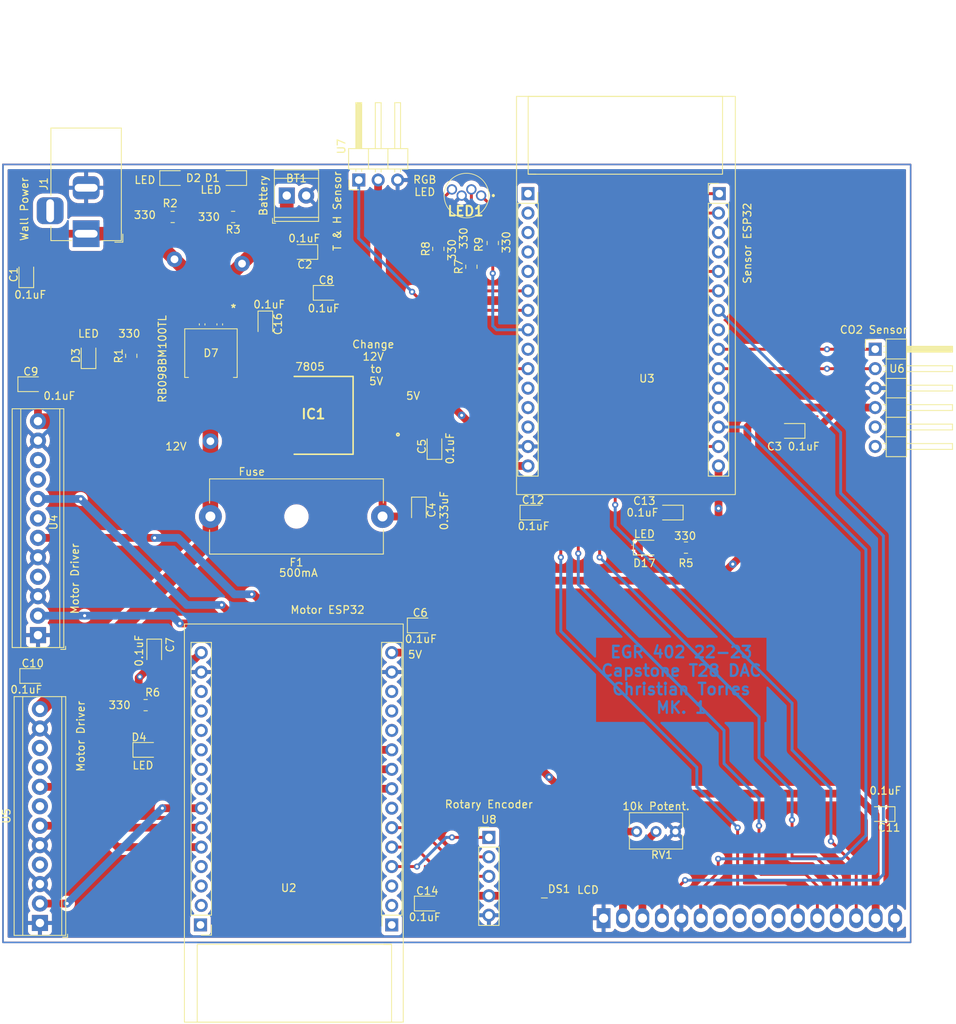
<source format=kicad_pcb>
(kicad_pcb (version 20221018) (generator pcbnew)
  (layers (0 "F.Cu" signal) (31 "B.Cu" signal) (34 "B.Paste" user) (35 "F.Paste" user) (36 "B.SilkS" user "B.Silkscreen") (37 "F.SilkS" user "F.Silkscreen") (38 "B.Mask" user) (39 "F.Mask" user) (44 "Edge.Cuts" user))
  (net 0 "")
  (net 1 "12 PWR")
  (net 2 "Signal GND")
  (net 3 "ENA +")
  (net 4 "PUL +")
  (net 6 "DIR +")
  (net 9 "ENA2 +")
  (net 10 "PUL2 +")
  (net 12 "DIR2 +")
  (net 15 "Net-(D3-Pad2)")
  (net 16 "Net-(D2-Pad2)")
  (net 17 "Net-(D1-Pad2)")
  (net 18 "Net-(C13-Pad1)")
  (net 19 "Net-(D17-Pad2)")
  (net 20 "Net-(C7-Pad2)")
  (net 21 "Net-(D4-Pad2)")
  (net 22 "DR")
  (net 23 "Net-(LED1-Pad2)")
  (net 24 "DG")
  (net 25 "Net-(LED1-Pad4)")
  (net 26 "DB")
  (net 27 "Net-(LED1-Pad1)")
  (net 28 "5V PWR")
  (net 29 "VO")
  (net 30 "Net-(C13-Pad2)")
  (net 31 "Net-(C4-Pad2)")
  (net 32 "LCD RS")
  (net 33 "LCD E")
  (net 38 "LCD4")
  (net 39 "LCD5")
  (net 40 "LCD6")
  (net 41 "LCD7")
  (net 42 "ESP TX")
  (net 43 "ESP RX")
  (net 46 "CLK")
  (net 47 "DT")
  (net 48 "SW")
  (net 49 "HMDT")
  (net 81 "BT PWR")
  (net 82 "WALL PWR")
  (footprint "LED_SMD:LED_0805_2012Metric" (layer "F.Cu") (at 148.4145 74.168 180)
    (fp_text reference "C13")
    (fp_text value "0.1uF")
  )
  (footprint "LED_SMD:LED_0805_2012Metric" (layer "F.Cu") (at 117.602 65.532 90)
    (fp_text reference "C5")
    (fp_text value "0.1uF")
  )
  (footprint "Connector_PinHeader_2.54mm:PinHeader_1x03_P2.54mm_Horizontal" (layer "F.Cu") (at 107.711 30.734 90)
    (fp_text reference "U7")
    (fp_text value "KY-015_Humidity/Temp_Sensor")
  )
  (footprint "Resistor_SMD:R_0805_2012Metric" (layer "F.Cu") (at 150.4715 78.74 180)
    (fp_text reference "R5")
    (fp_text value "330")
  )
  (footprint "LED_SMD:LED_0805_2012Metric" (layer "F.Cu") (at 115.7455 88.9)
    (fp_text reference "C6")
    (fp_text value "0.1uF")
  )
  (footprint "TerminalBlock_TE-Connectivity:TerminalBlock_TE_282834-2_1x02_P2.54mm_Horizontal" (layer "F.Cu") (at 98.298 32.766)
    (fp_text reference "BT1")
    (fp_text value "20V")
  )
  (footprint "LED_SMD:LED_0805_2012Metric" (layer "F.Cu") (at 130.4775 74.168)
    (fp_text reference "C12")
    (fp_text value "0.1uF")
  )
  (footprint "Resistor_SMD:R_0805_2012Metric" (layer "F.Cu") (at 125.222 38.9655 90)
    (fp_text reference "R9")
    (fp_text value "330")
  )
  (footprint "LED_SMD:LED_0805_2012Metric" (layer "F.Cu") (at 95.504 49.53 -90)
    (fp_text reference "C16")
    (fp_text value "0.1uF")
  )
  (footprint "Connector_BarrelJack:BarrelJack_Horizontal" (layer "F.Cu") (at 72.0775 37.75 -90)
    (fp_text reference "J1")
    (fp_text value "Barrel Jack")
  )
  (footprint "LED_SMD:LED_0805_2012Metric" (layer "F.Cu") (at 103.4565 45.466)
    (fp_text reference "C8")
    (fp_text value "0.1uF")
  )
  (footprint "Potentiometer_THT:Potentiometer_Bourns_3266Y_Vertical" (layer "F.Cu") (at 144.018 115.824 180)
    (fp_text reference "RV1")
    (fp_text value "10k")
  )
  (footprint "7805kicad:KTT0003B" (layer "F.Cu") (at 98.33 61.468)
    (fp_text reference "IC1")
    (fp_text value "LM7805S_NOPB" hide)
  )
  (footprint "LED_SMD:LED_0805_2012Metric" (layer "F.Cu") (at 100.6625 40.132 180)
    (fp_text reference "C2")
    (fp_text value "0.1uF")
  )
  (footprint "LED_SMD:LED_0805_2012Metric" (layer "F.Cu") (at 164.338 63.5 180)
    (fp_text reference "C3")
    (fp_text value "0.1uF")
  )
  (footprint "LED_SMD:LED_0805_2012Metric" (layer "F.Cu") (at 80.979 92.3775 -90)
    (fp_text reference "C7")
    (fp_text value "0.1uF")
  )
  (footprint "Connector_PinHeader_2.54mm:PinHeader_1x06_P2.54mm_Horizontal" (layer "F.Cu") (at 175.203 52.832)
    (fp_text reference "U6")
    (fp_text value "Atlas CO2_Sensor")
  )
  (footprint "KiCad:HV5RGB25" (layer "F.Cu") (at 123.698 32.766 180)
    (fp_text reference "LED1")
    (fp_text value "HV-5RGB25" hide)
  )
  (footprint "Fuse:Fuseholder_Cylinder-5x20mm_Schurter_0031_8201_Horizontal_Open" (layer "F.Cu") (at 110.818 74.676 180)
    (fp_text reference "F1")
    (fp_text value "500ma")
  )
  (footprint "LED_SMD:LED_0805_2012Metric" (layer "F.Cu") (at 72.39 53.6725 90)
    (fp_text reference "D3")
    (fp_text value "LED")
  )
  (footprint "Resistor_SMD:R_0805_2012Metric" (layer "F.Cu") (at 77.978 53.6975 90)
    (fp_text reference "R1")
    (fp_text value "330")
  )
  (footprint "LED_SMD:LED_0805_2012Metric" (layer "F.Cu") (at 176.1005 113.538 180)
    (fp_text reference "C11")
    (fp_text value "0.1uF")
  )
  (footprint "7805kicad:ESP32 Module" (layer "F.Cu") (at 113.522 140.713 180)
    (fp_text reference "U2")
    (fp_text value "ESP32_Module")
  )
  (footprint "LED_SMD:LED_0805_2012Metric" (layer "F.Cu") (at 79.8845 105.156)
    (fp_text reference "D4")
    (fp_text value "LED")
  )
  (footprint "Resistor_SMD:R_0805_2012Metric" (layer "F.Cu") (at 118.11 39.7275 90)
    (fp_text reference "R8")
    (fp_text value "330")
  )
  (footprint "LED_SMD:LED_0805_2012Metric" (layer "F.Cu") (at 115.57 73.8355 -90)
    (fp_text reference "C4")
    (fp_text value "0.33uF")
  )
  (footprint "LED_SMD:LED_0805_2012Metric" (layer "F.Cu") (at 64.8485 57.404)
    (fp_text reference "C9")
    (fp_text value "0.1uF")
  )
  (footprint "LED_SMD:LED_0805_2012Metric" (layer "F.Cu") (at 65.1025 95.504)
    (fp_text reference "C10")
    (fp_text value "0.1uF")
  )
  (footprint "LED_SMD:LED_0805_2012Metric" (layer "F.Cu") (at 91.3615 30.48 180)
    (fp_text reference "D1")
    (fp_text value "LED")
  )
  (footprint "Connector_PinHeader_2.54mm:PinHeader_1x05_P2.54mm_Vertical" (layer "F.Cu") (at 124.714 116.586)
    (fp_text reference "U8")
    (fp_text value "Rotary_Encoder")
  )
  (footprint "rb09-footprints:RB098BM100FHTL" (layer "F.Cu") (at 88.392 53.34 180)
    (fp_text reference "D7")
    (fp_text value "RB098BM100TL")
  )
  (footprint "Resistor_SMD:R_0805_2012Metric" (layer "F.Cu") (at 91.2895 35.56 180)
    (fp_text reference "R3")
    (fp_text value "330")
  )
  (footprint "LED_SMD:LED_0805_2012Metric" (layer "F.Cu") (at 83.3905 30.48)
    (fp_text reference "D2")
    (fp_text value "LED")
  )
  (footprint "Resistor_SMD:R_0805_2012Metric" (layer "F.Cu") (at 79.8595 99.314)
    (fp_text reference "R6")
    (fp_text value "330")
  )
  (footprint "Display:WC1602A" (layer "F.Cu") (at 139.704 127.1365)
    (fp_text reference "DS1")
    (fp_text value "WC1602A")
  )
  (footprint "Resistor_SMD:R_0805_2012Metric" (layer "F.Cu") (at 122.428 42.0605 90)
    (fp_text reference "R7")
    (fp_text value "330")
  )
  (footprint "LED_SMD:LED_0805_2012Metric" (layer "F.Cu") (at 145.288 78.74)
    (fp_text reference "D17")
    (fp_text value "LED")
  )
  (footprint "LED_SMD:LED_0805_2012Metric" (layer "F.Cu") (at 64.262 43.1015 90)
    (fp_text reference "C1")
    (fp_text value "0.1uF")
  )
  (footprint "7805kicad:ESP32 Module" (layer "F.Cu") (at 128.3265 19.815)
    (fp_text reference "U3")
    (fp_text value "ESP32_Module")
  )
  (footprint "TerminalBlock_TE-Connectivity:TerminalBlock_TE_1-282834-2_1x12_P2.54mm_Horizontal" (layer "F.Cu") (at 65.786 90.17 90)
    (fp_text reference "U4")
    (fp_text value "TB660 Microstep_Driver")
  )
  (footprint "TerminalBlock_TE-Connectivity:TerminalBlock_TE_1-282834-2_1x12_P2.54mm_Horizontal" (layer "F.Cu") (at 66.04 127.762 90)
    (fp_text reference "U5")
    (fp_text value "Microstep_Driver")
  )
  (footprint "Resistor_SMD:R_0805_2012Metric" (layer "F.Cu") (at 83.3905 35.56)
    (fp_text reference "R2")
    (fp_text value "330")
  )
  (footprint "LED_SMD:LED_0805_2012Metric" (layer "F.Cu") (at 116.6645 125.222)
    (fp_text reference "C14")
    (fp_text value "0.1uF")
  )
  (gr_rect (start 61.214 28.702) (end 179.832 130.302) (stroke (width 0.2)) (fill none) (layer "F.Cu"))
  (gr_rect (start 61.214 28.702) (end 179.832 130.302) (stroke (width 0.2)) (fill none) (layer "B.Cu"))
  (gr_text "EGR 402 22-23\nCapstone T28 DAC\nChristian Torres\nMK. 1\n" (at 149.86 96.012) (layer "B.Cu") (effects (font (size 1.5 1.5) (thickness 0.3))))
  (gr_text "CO2 Sensor" (at 175.006 50.292) (layer "F.SilkS") (effects (font (size 1 1))))
  (gr_text "T & H Sensor" (at 104.902 34.798 90) (layer "F.SilkS") (effects (font (size 1 1))))
  (gr_text "500mA" (at 99.822 82.042) (layer "F.SilkS") (effects (font (size 1 1))))
  (gr_text "330" (at 76.454 99.314) (layer "F.SilkS") (effects (font (size 1 1))))
  (gr_text "0.1uF" (at 176.53 110.49) (layer "F.SilkS") (effects (font (size 1 1))))
  (gr_text "Motor ESP32" (at 103.632 86.868) (layer "F.SilkS") (effects (font (size 1 1))))
  (gr_text "0.1uF" (at 103.124 47.498) (layer "F.SilkS") (effects (font (size 1 1))))
  (gr_text "0.1uF" (at 115.824 90.678) (layer "F.SilkS") (effects (font (size 1 1))))
  (gr_text "Rotary Encoder" (at 124.714 112.268) (layer "F.SilkS") (effects (font (size 1 1))))
  (gr_text "LED" (at 72.39 50.8) (layer "F.SilkS") (effects (font (size 1 1))))
  (gr_text "0.33uF" (at 118.872 73.914 90) (layer "F.SilkS") (effects (font (size 1 1))))
  (gr_text "LED" (at 88.392 32.004) (layer "F.SilkS") (effects (font (size 1 1))))
  (gr_text "330" (at 121.412 38.354 90) (layer "F.SilkS") (effects (font (size 1 1))))
  (gr_text "0.1uF" (at 100.584 38.354) (layer "F.SilkS") (effects (font (size 1 1))))
  (gr_text "12V" (at 83.82 65.532) (layer "F.SilkS") (effects (font (size 1 1))))
  (gr_text "10k Potent." (at 146.558 112.522) (layer "F.SilkS") (effects (font (size 1 1))))
  (gr_text "0.1uF" (at 64.262 97.282) (layer "F.SilkS") (effects (font (size 1 1))))
  (gr_text "0.1uF" (at 165.862 65.532) (layer "F.SilkS") (effects (font (size 1 1))))
  (gr_text "LED" (at 79.756 30.734) (layer "F.SilkS") (effects (font (size 1 1))))
  (gr_text "330" (at 88.138 35.56) (layer "F.SilkS") (effects (font (size 1 1))))
  (gr_text "Wall Power" (at 64.008 34.544 90) (layer "F.SilkS") (effects (font (size 1 1))))
  (gr_text "7805" (at 101.346 55.118) (layer "F.SilkS") (effects (font (size 1 1))))
  (gr_text "0.1uF" (at 68.58 58.928) (layer "F.SilkS") (effects (font (size 1 1))))
  (gr_text "Battery" (at 95.25 32.766 90) (layer "F.SilkS") (effects (font (size 1 1))))
  (gr_text "0.1uF" (at 64.77 45.72) (layer "F.SilkS") (effects (font (size 1 1))))
  (gr_text "0.1uF" (at 116.332 127) (layer "F.SilkS") (effects (font (size 1 1))))
  (gr_text "Fuse" (at 93.726 68.834) (layer "F.SilkS") (effects (font (size 1 1))))
  (gr_text "330" (at 119.888 39.878 90) (layer "F.SilkS") (effects (font (size 1 1))))
  (gr_text "330" (at 79.756 35.306) (layer "F.SilkS") (effects (font (size 1 1))))
  (gr_text "330" (at 150.368 77.216) (layer "F.SilkS") (effects (font (size 1 1))))
  (gr_text "330" (at 127 38.862 90) (layer "F.SilkS") (effects (font (size 1 1))))
  (gr_text "0.1uF" (at 144.78 74.168) (layer "F.SilkS") (effects (font (size 1 1))))
  (gr_text "330" (at 77.724 50.8) (layer "F.SilkS") (effects (font (size 1 1))))
  (gr_text "5V" (at 114.808 58.928) (layer "F.SilkS") (effects (font (size 1 1))))
  (gr_text "Motor Driver" (at 71.374 103.378 90) (layer "F.SilkS") (effects (font (size 1 1))))
  (gr_text "0.1uF" (at 96.012 46.99) (layer "F.SilkS") (effects (font (size 1 1))))
  (gr_text "Sensor ESP32 " (at 158.496 38.608 90) (layer "F.SilkS") (effects (font (size 1 1))))
  (gr_text "LED" (at 145.034 76.962) (layer "F.SilkS") (effects (font (size 1 1))))
  (gr_text "LCD" (at 137.668 123.444) (layer "F.SilkS") (effects (font (size 1 1))))
  (gr_text "RGB\nLED" (at 116.332 31.496) (layer "F.SilkS") (effects (font (size 1 1))))
  (gr_text "LED" (at 79.502 107.188) (layer "F.SilkS") (effects (font (size 1 1))))
  (gr_text "0.1uF" (at 130.556 75.946) (layer "F.SilkS") (effects (font (size 1 1))))
  (gr_text "Change \n12V \nto\n5V" (at 109.982 54.61) (layer "F.SilkS") (effects (font (size 1 1))))
  (gr_text "0.1uF" (at 78.994 92.202 90) (layer "F.SilkS") (effects (font (size 1 1))))
  (gr_text "0.1uF" (at 119.634 65.786 90) (layer "F.SilkS") (effects (font (size 1 1))))
  (gr_text "5V" (at 115.062 92.71) (layer "F.SilkS") (effects (font (size 1 1))))
  (gr_text "Motor Driver" (at 70.612 82.804 90) (layer "F.SilkS") (effects (font (size 1 1))))
  (segment (start 86.106 62.23) (end 88.318 60.018) (width 2.032) (layer "F.Cu") (net 1))
  (segment (start 88.318 60.018) (end 88.318 54.4808) (width 2.032) (layer "F.Cu") (net 1))
  (segment (start 78.1812 54.4068) (end 88.392 54.4068) (width 1.016) (layer "F.Cu") (net 1))
  (segment (start 91.5647 54.4068) (end 88.392 54.4068) (width 1.016) (layer "F.Cu") (net 1))
  (segment (start 65.786 62.23) (end 65.786 57.404) (width 1.016) (layer "F.Cu") (net 1))
  (segment (start 88.318 74.676) (end 88.318 64.844) (width 2.032) (layer "F.Cu") (net 1))
  (segment (start 88.318 77.544) (end 70.739 95.123) (width 2.032) (layer "F.Cu") (net 1))
  (segment (start 95.504 50.4675) (end 91.5647 54.4068) (width 1.016) (layer "F.Cu") (net 1))
  (segment (start 66.04 95.504) (end 70.358 95.504) (width 1.016) (layer "F.Cu") (net 1))
  (segment (start 77.978 54.61) (end 78.1812 54.4068) (width 0.25) (layer "F.Cu") (net 1))
  (segment (start 65.786 62.23) (end 86.106 62.23) (width 2.032) (layer "F.Cu") (net 1))
  (segment (start 70.358 95.504) (end 70.739 95.123) (width 1.016) (layer "F.Cu") (net 1))
  (segment (start 70.739 95.123) (end 66.04 99.822) (width 2.032) (layer "F.Cu") (net 1))
  (segment (start 88.318 74.676) (end 88.318 77.544) (width 2.032) (layer "F.Cu") (net 1))
  (segment (start 88.318 64.844) (end 88.318 60.018) (width 2.032) (layer "F.Cu") (net 1))
  (segment (start 88.318 54.4808) (end 88.392 54.4068) (width 0.25) (layer "F.Cu") (net 1))
  (via (at 88.318 64.844) (size 2.032) (drill 1.016) (layers "F.Cu" "B.Cu") (net 1))
  (segment (start 97.787 110.233) (end 89.916 102.362) (width 1.016) (layer "F.Cu") (net 3))
  (segment (start 112.022 110.233) (end 97.787 110.233) (width 1.016) (layer "F.Cu") (net 3))
  (segment (start 89.916 89.916) (end 88.646 88.646) (width 1.016) (layer "F.Cu") (net 3))
  (segment (start 89.916 102.362) (end 89.916 89.916) (width 1.016) (layer "F.Cu") (net 3))
  (segment (start 88.646 88.646) (end 84.328 88.646) (width 1.016) (layer "F.Cu") (net 3))
  (via (at 84.328 88.646) (size 1.016) (drill 0.4) (layers "F.Cu" "B.Cu") (net 3))
  (via (at 71.882 87.63) (size 0.8) (drill 0.4) (layers "F.Cu" "B.Cu") (net 3))
  (segment (start 84.328 88.646) (end 83.312 87.63) (width 1.016) (layer "B.Cu") (net 3))
  (segment (start 83.312 87.63) (end 71.882 87.63) (width 1.016) (layer "B.Cu") (net 3))
  (segment (start 71.882 87.63) (end 65.786 87.63) (width 1.016) (layer "B.Cu") (net 3))
  (segment (start 65.786 77.47) (end 81.026 77.47) (width 1.016) (layer "F.Cu") (net 4))
  (segment (start 95.758 86.614) (end 93.98 84.836) (width 1.016) (layer "F.Cu") (net 4))
  (segment (start 104.137 105.153) (end 95.758 96.774) (width 1.016) (layer "F.Cu") (net 4))
  (segment (start 93.98 84.836) (end 93.726 84.836) (width 0.25) (layer "F.Cu") (net 4))
  (segment (start 95.758 96.774) (end 95.758 86.614) (width 1.016) (layer "F.Cu") (net 4))
  (segment (start 112.022 105.153) (end 104.137 105.153) (width 1.016) (layer "F.Cu") (net 4))
  (via (at 81.026 77.47) (size 1.016) (drill 0.4) (layers "F.Cu" "B.Cu") (net 4))
  (via (at 93.726 84.836) (size 1.016) (drill 0.4) (layers "F.Cu" "B.Cu") (net 4))
  (segment (start 93.726 84.836) (end 91.44 84.836) (width 1.016) (layer "B.Cu") (net 4))
  (segment (start 91.44 84.836) (end 84.074 77.47) (width 1.016) (layer "B.Cu") (net 4))
  (segment (start 84.074 77.47) (end 81.026 77.47) (width 1.016) (layer "B.Cu") (net 4))
  (segment (start 100.581 107.693) (end 92.964 100.076) (width 1.016) (layer "F.Cu") (net 6))
  (segment (start 112.022 107.693) (end 100.581 107.693) (width 1.016) (layer "F.Cu") (net 6))
  (segment (start 92.964 89.408) (end 89.789 86.233) (width 1.016) (layer "F.Cu") (net 6))
  (segment (start 92.964 100.076) (end 92.964 89.408) (width 1.016) (layer "F.Cu") (net 6))
  (segment (start 89.789 86.233) (end 89.662 86.106) (width 0.25) (layer "F.Cu") (net 6))
  (via (at 89.789 86.233) (size 1.016) (drill 0.4) (layers "F.Cu" "B.Cu") (net 6))
  (via (at 71.374 72.39) (size 0.8) (drill 0.4) (layers "F.Cu" "B.Cu") (net 6))
  (segment (start 85.217 86.233) (end 89.789 86.233) (width 1.016) (layer "B.Cu") (net 6))
  (segment (start 65.786 72.39) (end 71.374 72.39) (width 1.016) (layer "B.Cu") (net 6))
  (segment (start 71.374 72.39) (end 85.217 86.233) (width 1.016) (layer "B.Cu") (net 6))
  (segment (start 87.122 112.773) (end 82.045 112.773) (width 1.016) (layer "F.Cu") (net 9))
  (segment (start 82.042 112.776) (end 82.045 112.773) (width 1.016) (layer "F.Cu") (net 9))
  (segment (start 66.04 125.222) (end 69.596 125.222) (width 1.016) (layer "F.Cu") (net 9))
  (segment (start 87.887 112.773) (end 87.884 112.776) (width 0.25) (layer "F.Cu") (net 9))
  (via (at 69.596 125.222) (size 1.016) (drill 0.4) (layers "F.Cu" "B.Cu") (net 9))
  (via (at 82.045 112.773) (size 1.016) (drill 0.4) (layers "F.Cu" "B.Cu") (net 9))
  (segment (start 82.045 112.773) (end 75.946 118.872) (width 1.016) (layer "B.Cu") (net 9))
  (segment (start 75.946 118.872) (end 69.596 125.222) (width 1.016) (layer "B.Cu") (net 9))
  (segment (start 87.122 117.853) (end 76.197 117.853) (width 1.016) (layer "F.Cu") (net 10))
  (segment (start 76.197 117.853) (end 73.406 115.062) (width 1.016) (layer "F.Cu") (net 10))
  (segment (start 73.406 115.062) (end 66.04 115.062) (width 1.016) (layer "F.Cu") (net 10))
  (segment (start 77.216 115.316) (end 71.882 109.982) (width 1.016) (layer "F.Cu") (net 12))
  (segment (start 71.882 109.982) (end 66.04 109.982) (width 1.016) (layer "F.Cu") (net 12))
  (segment (start 87.122 115.313) (end 79.251 115.313) (width 1.016) (layer "F.Cu") (net 12))
  (segment (start 79.248 115.316) (end 77.216 115.316) (width 1.016) (layer "F.Cu") (net 12))
  (segment (start 79.251 115.313) (end 79.248 115.316) (width 1.016) (layer "F.Cu") (net 12))
  (segment (start 72.44 52.785) (end 72.39 52.735) (width 0.25) (layer "F.Cu") (net 15))
  (segment (start 77.978 52.785) (end 72.44 52.785) (width 0.381) (layer "F.Cu") (net 15))
  (segment (start 84.303 30.505) (end 84.328 30.48) (width 0.25) (layer "F.Cu") (net 16))
  (segment (start 84.303 35.56) (end 84.303 30.505) (width 0.381) (layer "F.Cu") (net 16))
  (segment (start 90.377 30.527) (end 90.424 30.48) (width 0.25) (layer "F.Cu") (net 17))
  (segment (start 90.377 35.56) (end 90.377 30.527) (width 0.381) (layer "F.Cu") (net 17))
  (segment (start 151.384 78.74) (end 154.7265 75.3975) (width 1.016) (layer "F.Cu") (net 18))
  (segment (start 154.7265 71.1605) (end 154.7265 72.6035) (width 1.016) (layer "F.Cu") (net 18))
  (segment (start 154.7265 68.075) (end 154.7265 71.1605) (width 1.016) (layer "F.Cu") (net 18))
  (segment (start 154.7265 75.3975) (end 154.7265 73.6195) (width 1.016) (layer "F.Cu") (net 18))
  (segment (start 149.352 74.168) (end 151.719 74.168) (width 1.016) (layer "F.Cu") (net 18))
  (segment (start 154.7265 73.6195) (end 154.7265 72.6035) (width 1.016) (layer "F.Cu") (net 18))
  (segment (start 151.719 74.168) (end 154.7265 71.1605) (width 1.016) (layer "F.Cu") (net 18))
  (via (at 154.7265 73.6195) (size 1.016) (drill 0.4) (layers "F.Cu" "B.Cu") (net 18))
  (segment (start 146.2255 78.74) (end 149.559 78.74) (width 0.381) (layer "F.Cu") (net 19))
  (segment (start 78.947 95.758) (end 78.947 99.314) (width 1.016) (layer "F.Cu") (net 20))
  (segment (start 80.979 93.315) (end 86.26 93.315) (width 1.016) (layer "F.Cu") (net 20))
  (segment (start 86.26 93.315) (end 87.122 92.453) (width 1.016) (layer "F.Cu") (net 20))
  (segment (start 79.0975 95.6075) (end 78.947 95.758) (width 1.016) (layer "F.Cu") (net 20))
  (segment (start 80.979 93.569) (end 80.979 93.726) (width 1.016) (layer "F.Cu") (net 20))
  (segment (start 80.979 93.726) (end 79.0975 95.6075) (width 1.016) (layer "F.Cu") (net 20))
  (via (at 79.0975 95.6075) (size 0.8) (drill 0.4) (layers "F.Cu" "B.Cu") (net 20))
  (segment (start 80.772 99.314) (end 80.772 105.106) (width 0.381) (layer "F.Cu") (net 21))
  (segment (start 80.772 105.106) (end 80.822 105.156) (width 1.016) (layer "F.Cu") (net 21))
  (segment (start 122.939 45.215) (end 122.428 44.704) (width 0.381) (layer "F.Cu") (net 22))
  (segment (start 122.428 44.704) (end 122.428 43.227) (width 0.381) (layer "F.Cu") (net 22))
  (segment (start 129.8265 45.215) (end 122.939 45.215) (width 0.381) (layer "F.Cu") (net 22))
  (segment (start 122.428 41.402) (end 122.428 31.966) (width 0.381) (layer "F.Cu") (net 23))
  (segment (start 118.11 42.926) (end 122.939 47.755) (width 0.381) (layer "F.Cu") (net 24))
  (segment (start 118.11 40.64) (end 118.11 42.926) (width 0.381) (layer "F.Cu") (net 24))
  (segment (start 122.939 47.755) (end 129.8265 47.755) (width 0.381) (layer "F.Cu") (net 24))
  (segment (start 119.888 31.966) (end 118.11 33.744) (width 0.381) (layer "F.Cu") (net 25))
  (segment (start 118.11 33.744) (end 118.11 38.815) (width 0.381) (layer "F.Cu") (net 25))
  (segment (start 125.222 42.926) (end 125.222 39.878) (width 0.381) (layer "F.Cu") (net 26))
  (via (at 125.222 42.926) (size 0.8) (drill 0.4) (layers "F.Cu" "B.Cu") (net 26))
  (segment (start 125.222 49.784) (end 125.222 42.926) (width 0.381) (layer "B.Cu") (net 26))
  (segment (start 125.733 50.295) (end 125.222 49.784) (width 0.381) (layer "B.Cu") (net 26))
  (segment (start 129.8265 50.295) (end 125.733 50.295) (width 0.381) (layer "B.Cu") (net 26))
  (segment (start 125.222 34.29) (end 123.698 32.766) (width 0.381) (layer "F.Cu") (net 27))
  (segment (start 125.222 38.053) (end 125.222 34.29) (width 0.381) (layer "F.Cu") (net 27))
  (segment (start 134.747 110.871) (end 132.588 108.712) (width 1.016) (layer "F.Cu") (net 28))
  (segment (start 167.386 63.5) (end 170.434 60.452) (width 1.016) (layer "F.Cu") (net 28))
  (segment (start 141.605 110.871) (end 172.496 110.871) (width 1.016) (layer "F.Cu") (net 28))
  (segment (start 127.765 68.075) (end 124.46 64.77) (width 1.016) (layer "F.Cu") (net 28))
  (segment (start 116.683 88.9) (end 122.428 88.9) (width 1.016) (layer "F.Cu") (net 28))
  (segment (start 124.46 100.584) (end 124.46 86.868) (width 1.016) (layer "F.Cu") (net 28))
  (segment (start 173.6875 112.0625) (end 175.163 113.538) (width 1.016) (layer "F.Cu") (net 28))
  (segment (start 124.46 78.994) (end 124.46 71.12) (width 1.016) (layer "F.Cu") (net 28))
  (segment (start 129.8265 68.075) (end 127.765 68.075) (width 1.016) (layer "F.Cu") (net 28))
  (segment (start 124.714 124.206) (end 128.27 124.206) (width 1.016) (layer "F.Cu") (net 28))
  (segment (start 169.672 60.706) (end 169.418 60.452) (width 0.25) (layer "F.Cu") (net 28))
  (segment (start 120.396 60.706) (end 110.236 50.546) (width 1.016) (layer "F.Cu") (net 28))
  (segment (start 122.428 88.9) (end 124.079 87.249) (width 1.016) (layer "F.Cu") (net 28))
  (segment (start 120.396 60.706) (end 121.158 61.468) (width 1.016) (layer "F.Cu") (net 28))
  (segment (start 121.158 61.468) (end 124.46 64.77) (width 1.016) (layer "F.Cu") (net 28))
  (segment (start 118.618 58.928) (end 120.396 60.706) (width 0.25) (layer "F.Cu") (net 28))
  (segment (start 124.714 124.206) (end 121.666 124.206) (width 1.016) (layer "F.Cu") (net 28))
  (segment (start 156.591 80.899) (end 154.432 83.058) (width 1.016) (layer "F.Cu") (net 28))
  (segment (start 172.496 110.871) (end 173.6875 112.0625) (width 1.016) (layer "F.Cu") (net 28))
  (segment (start 117.602 64.5945) (end 117.602 62.484) (width 1.016) (layer "F.Cu") (net 28))
  (segment (start 110.236 50.546) (end 105.156 45.466) (width 1.016) (layer "F.Cu") (net 28))
  (segment (start 170.434 60.452) (end 169.418 60.452) (width 1.016) (layer "F.Cu") (net 28))
  (segment (start 139.7 115.824) (end 134.747 110.871) (width 1.016) (layer "F.Cu") (net 28))
  (segment (start 124.46 71.12) (end 124.46 64.77) (width 1.016) (layer "F.Cu") (net 28))
  (segment (start 139.7 115.824) (end 144.018 115.824) (width 1.016) (layer "F.Cu") (net 28))
  (segment (start 134.747 110.871) (end 141.605 110.871) (width 1.016) (layer "F.Cu") (net 28))
  (segment (start 128.524 83.058) (end 134.366 83.058) (width 1.016) (layer "F.Cu") (net 28))
  (segment (start 117.602 62.484) (end 114.046 58.928) (width 1.016) (layer "F.Cu") (net 28))
  (segment (start 112.022 92.453) (end 118.875 92.453) (width 1.016) (layer "F.Cu") (net 28))
  (segment (start 111 58.928) (end 114.046 58.928) (width 1.016) (layer "F.Cu") (net 28))
  (segment (start 124.079 87.249) (end 124.46 86.868) (width 1.016) (layer "F.Cu") (net 28))
  (segment (start 175.264 113.639) (end 173.6875 112.0625) (width 0.25) (layer "F.Cu") (net 28))
  (segment (start 124.46 86.868) (end 124.46 80.518) (width 1.016) (layer "F.Cu") (net 28))
  (segment (start 114.046 58.928) (end 118.618 58.928) (width 1.016) (layer "F.Cu") (net 28))
  (segment (start 118.875 92.453) (end 121.412 89.916) (width 1.016) (layer "F.Cu") (net 28))
  (segment (start 169.418 60.452) (end 161.036 60.452) (width 1.016) (layer "F.Cu") (net 28))
  (segment (start 121.412 89.916) (end 124.079 87.249) (width 1.016) (layer "F.Cu") (net 28))
  (segment (start 121.666 124.206) (end 120.65 125.222) (width 1.016) (layer "F.Cu") (net 28))
  (segment (start 154.432 83.058) (end 134.366 83.058) (width 1.016) (layer "F.Cu") (net 28))
  (segment (start 105.156 45.466) (end 104.5695 45.466) (width 1.016) (layer "F.Cu") (net 28))
  (segment (start 175.264 127.1365) (end 175.264 113.639) (width 1.016) (layer "F.Cu") (net 28))
  (segment (start 127.508 74.168) (end 129.54 74.168) (width 1.016) (layer "F.Cu") (net 28))
  (segment (start 158.496 62.992) (end 158.496 78.994) (width 1.016) (layer "F.Cu") (net 28))
  (segment (start 110.236 50.546) (end 110.236 30.734) (width 1.016) (layer "F.Cu") (net 28))
  (segment (start 161.036 60.452) (end 158.496 62.992) (width 1.016) (layer "F.Cu") (net 28))
  (segment (start 139.7 115.824) (end 142.244 118.368) (width 1.016) (layer "F.Cu") (net 28))
  (segment (start 132.588 108.712) (end 124.46 100.584) (width 1.016) (layer "F.Cu") (net 28))
  (segment (start 158.496 78.994) (end 156.591 80.899) (width 1.016) (layer "F.Cu") (net 28))
  (segment (start 142.244 118.368) (end 142.244 127.1365) (width 1.016) (layer "F.Cu") (net 28))
  (segment (start 120.65 125.222) (end 117.602 125.222) (width 1.016) (layer "F.Cu") (net 28))
  (segment (start 128.27 124.206) (end 136.652 115.824) (width 1.016) (layer "F.Cu") (net 28))
  (segment (start 124.46 71.12) (end 127.508 74.168) (width 1.016) (layer "F.Cu") (net 28))
  (segment (start 124.46 78.994) (end 128.524 83.058) (width 1.016) (layer "F.Cu") (net 28))
  (segment (start 124.46 80.518) (end 124.46 78.994) (width 1.016) (layer "F.Cu") (net 28))
  (segment (start 165.2755 63.5) (end 167.386 63.5) (width 1.016) (layer "F.Cu") (net 28))
  (segment (start 124.46 82.55) (end 124.46 80.518) (width 0.25) (layer "F.Cu") (net 28))
  (segment (start 136.652 115.824) (end 139.7 115.824) (width 1.016) (layer "F.Cu") (net 28))
  (segment (start 138.43 115.824) (end 139.7 115.824) (width 1.016) (layer "F.Cu") (net 28))
  (segment (start 175.203 60.452) (end 170.434 60.452) (width 1.016) (layer "F.Cu") (net 28))
  (via (at 121.158 61.468) (size 1.016) (drill 0.4) (layers "F.Cu" "B.Cu") (net 28))
  (via (at 156.591 80.899) (size 1.016) (drill 0.4) (layers "F.Cu" "B.Cu") (net 28))
  (via (at 132.588 108.712) (size 1.016) (drill 0.4) (layers "F.Cu" "B.Cu") (net 28))
  (segment (start 144.784 117.598) (end 146.558 115.824) (width 1.016) (layer "F.Cu") (net 29))
  (segment (start 144.784 127.1365) (end 144.784 117.598) (width 1.016) (layer "F.Cu") (net 29))
  (segment (start 154.7265 65.535) (end 151.635 65.535) (width 0.381) (layer "F.Cu") (net 30))
  (segment (start 151.635 65.535) (end 147.477 69.693) (width 0.381) (layer "F.Cu") (net 30))
  (segment (start 147.477 69.693) (end 147.477 74.168) (width 0.381) (layer "F.Cu") (net 30))
  (segment (start 115.57 74.773) (end 115.473 74.676) (width 0.25) (layer "F.Cu") (net 31))
  (segment (start 115.473 74.676) (end 110.818 74.676) (width 1.016) (layer "F.Cu") (net 31))
  (segment (start 109.721 74.669) (end 109.728 74.676) (width 0.25) (layer "F.Cu") (net 31))
  (segment (start 110.818 74.676) (end 110.818 64.19) (width 1.016) (layer "F.Cu") (net 31))
  (segment (start 110.818 64.19) (end 111 64.008) (width 0.25) (layer "F.Cu") (net 31))
  (segment (start 147.324 125.218) (end 150.368 122.174) (width 0.381) (layer "F.Cu") (net 32))
  (segment (start 147.324 127.1365) (end 147.324 125.218) (width 0.381) (layer "F.Cu") (net 32))
  (via (at 150.368 122.174) (size 0.8) (drill 0.4) (layers "F.Cu" "B.Cu") (net 32))
  (segment (start 176.276 121.412) (end 175.514 122.174) (width 0.381) (layer "B.Cu") (net 32))
  (segment (start 154.7265 47.755) (end 170.688 63.7165) (width 0.381) (layer "B.Cu") (net 32))
  (segment (start 170.688 63.7165) (end 170.688 71.628) (width 0.381) (layer "B.Cu") (net 32))
  (segment (start 170.688 71.628) (end 176.276 77.216) (width 0.381) (layer "B.Cu") (net 32))
  (segment (start 176.276 77.216) (end 176.276 121.412) (width 0.381) (layer "B.Cu") (net 32))
  (segment (start 175.514 122.174) (end 150.368 122.174) (width 0.381) (layer "B.Cu") (net 32))
  (segment (start 154.686 121.154) (end 154.686 119.38) (width 0.381) (layer "F.Cu") (net 33))
  (segment (start 152.404 127.1365) (end 152.404 123.702) (width 0.381) (layer "F.Cu") (net 33))
  (segment (start 152.404 123.698) (end 152.4 123.694) (width 0.381) (layer "F.Cu") (net 33))
  (segment (start 152.4 123.44) (end 154.686 121.154) (width 0.381) (layer "F.Cu") (net 33))
  (segment (start 152.4 123.694) (end 152.4 123.44) (width 0.381) (layer "F.Cu") (net 33))
  (via (at 154.686 119.38) (size 0.8) (drill 0.4) (layers "F.Cu" "B.Cu") (net 33))
  (segment (start 154.7265 62.995) (end 157.991 62.995) (width 0.381) (layer "B.Cu") (net 33))
  (segment (start 173.99 116.332) (end 170.942 119.38) (width 0.381) (layer "B.Cu") (net 33))
  (segment (start 173.99 78.994) (end 173.99 116.332) (width 0.381) (layer "B.Cu") (net 33))
  (segment (start 157.991 62.995) (end 173.99 78.994) (width 0.381) (layer "B.Cu") (net 33))
  (segment (start 170.942 119.38) (end 154.686 119.38) (width 0.381) (layer "B.Cu") (net 33))
  (segment (start 157.226 123.186) (end 157.226 115.316) (width 0.381) (layer "F.Cu") (net 38))
  (segment (start 134.112 44.45) (end 134.112 80.01) (width 0.381) (layer "F.Cu") (net 38))
  (segment (start 157.48 123.44) (end 157.226 123.186) (width 0.381) (layer "F.Cu") (net 38))
  (segment (start 165.104 125.222) (end 163.322 123.44) (width 0.381) (layer "F.Cu") (net 38))
  (segment (start 163.322 123.44) (end 157.48 123.44) (width 0.381) (layer "F.Cu") (net 38))
  (segment (start 165.104 127.1365) (end 165.104 125.226) (width 0.381) (layer "F.Cu") (net 38))
  (segment (start 154.8265 32.515) (end 146.047 32.515) (width 0.381) (layer "F.Cu") (net 38))
  (segment (start 146.047 32.515) (end 134.112 44.45) (width 0.381) (layer "F.Cu") (net 38))
  (via (at 134.112 80.01) (size 0.8) (drill 0.4) (layers "F.Cu" "B.Cu") (net 38))
  (via (at 157.226 115.316) (size 0.8) (drill 0.4) (layers "F.Cu" "B.Cu") (net 38))
  (segment (start 157.226 115.316) (end 151.892 109.982) (width 0.381) (layer "B.Cu") (net 38))
  (segment (start 134.112 89.662) (end 134.112 80.01) (width 0.381) (layer "B.Cu") (net 38))
  (segment (start 151.892 109.982) (end 151.892 107.442) (width 0.381) (layer "B.Cu") (net 38))
  (segment (start 151.892 107.442) (end 134.112 89.662) (width 0.381) (layer "B.Cu") (net 38))
  (segment (start 167.644 122.936) (end 166.116 121.408) (width 0.381) (layer "F.Cu") (net 39))
  (segment (start 136.398 79.502) (end 136.398 45.72) (width 0.381) (layer "F.Cu") (net 39))
  (segment (start 160.02 121.154) (end 160.02 115.062) (width 0.381) (layer "F.Cu") (net 39))
  (segment (start 160.274 121.408) (end 160.02 121.154) (width 0.381) (layer "F.Cu") (net 39))
  (segment (start 166.116 121.408) (end 160.274 121.408) (width 0.381) (layer "F.Cu") (net 39))
  (segment (start 167.644 127.1365) (end 167.644 122.94) (width 0.381) (layer "F.Cu") (net 39))
  (segment (start 154.7265 35.055) (end 147.063 35.055) (width 0.381) (layer "F.Cu") (net 39))
  (segment (start 136.398 45.72) (end 136.906 45.212) (width 0.381) (layer "F.Cu") (net 39))
  (segment (start 147.063 35.055) (end 136.906 45.212) (width 0.381) (layer "F.Cu") (net 39))
  (via (at 160.02 115.062) (size 0.8) (drill 0.4) (layers "F.Cu" "B.Cu") (net 39))
  (via (at 136.398 79.502) (size 0.8) (drill 0.4) (layers "F.Cu" "B.Cu") (net 39))
  (segment (start 160.02 111.506) (end 155.448 106.934) (width 0.381) (layer "B.Cu") (net 39))
  (segment (start 136.398 83.566) (end 136.398 79.502) (width 0.381) (layer "B.Cu") (net 39))
  (segment (start 155.448 106.934) (end 155.448 102.616) (width 0.381) (layer "B.Cu") (net 39))
  (segment (start 155.448 102.616) (end 136.398 83.566) (width 0.381) (layer "B.Cu") (net 39))
  (segment (start 160.02 115.062) (end 160.02 111.506) (width 0.381) (layer "B.Cu") (net 39))
  (segment (start 164.338 119.122) (end 164.338 114.296) (width 0.381) (layer "F.Cu") (net 40))
  (segment (start 139.192 47.244) (end 139.827 46.609) (width 0.381) (layer "F.Cu") (net 40))
  (segment (start 170.184 127.1365) (end 170.184 121.924) (width 0.381) (layer "F.Cu") (net 40))
  (segment (start 154.7265 42.675) (end 143.761 42.675) (width 0.381) (layer "F.Cu") (net 40))
  (segment (start 167.386 119.122) (end 164.338 119.122) (width 0.381) (layer "F.Cu") (net 40))
  (segment (start 170.184 121.92) (end 167.386 119.122) (width 0.381) (layer "F.Cu") (net 40))
  (segment (start 143.761 42.675) (end 139.827 46.609) (width 0.381) (layer "F.Cu") (net 40))
  (segment (start 139.192 80.01) (end 139.192 47.244) (width 0.381) (layer "F.Cu") (net 40))
  (via (at 139.192 80.01) (size 0.8) (drill 0.4) (layers "F.Cu" "B.Cu") (net 40))
  (via (at 164.338 114.296) (size 0.8) (drill 0.4) (layers "F.Cu" "B.Cu") (net 40))
  (segment (start 164.338 114.296) (end 164.338 110.49) (width 0.381) (layer "B.Cu") (net 40))
  (segment (start 164.338 110.49) (end 160.02 106.172) (width 0.381) (layer "B.Cu") (net 40))
  (segment (start 160.02 100.838) (end 139.192 80.01) (width 0.381) (layer "B.Cu") (net 40))
  (segment (start 160.02 106.172) (end 160.02 100.838) (width 0.381) (layer "B.Cu") (net 40))
  (segment (start 169.42 117.092) (end 172.724 120.396) (width 0.381) (layer "F.Cu") (net 41))
  (segment (start 172.724 120.4) (end 172.724 127.1365) (width 0.381) (layer "F.Cu") (net 41))
  (segment (start 169.418 117.09) (end 169.42 117.092) (width 0.381) (layer "F.Cu") (net 41))
  (segment (start 146.301 45.215) (end 141.224 50.292) (width 0.381) (layer "F.Cu") (net 41))
  (segment (start 141.224 73.152) (end 141.224 50.292) (width 0.381) (layer "F.Cu") (net 41))
  (segment (start 154.7265 45.215) (end 146.301 45.215) (width 0.381) (layer "F.Cu") (net 41))
  (via (at 169.42 117.092) (size 0.8) (drill 0.4) (layers "F.Cu" "B.Cu") (net 41))
  (via (at 141.224 73.152) (size 0.8) (drill 0.4) (layers "F.Cu" "B.Cu") (net 41))
  (segment (start 169.42 117.092) (end 169.42 110.238) (width 0.381) (layer "B.Cu") (net 41))
  (segment (start 169.42 110.238) (end 164.338 105.156) (width 0.381) (layer "B.Cu") (net 41))
  (segment (start 164.338 105.156) (end 164.338 99.06) (width 0.381) (layer "B.Cu") (net 41))
  (segment (start 141.224 75.946) (end 141.224 73.152) (width 0.381) (layer "B.Cu") (net 41))
  (segment (start 164.338 99.06) (end 141.224 75.946) (width 0.381) (layer "B.Cu") (net 41))
  (segment (start 168.907 52.835) (end 175.2 52.835) (width 0.381) (layer "F.Cu") (net 42))
  (segment (start 154.7265 52.835) (end 168.907 52.835) (width 0.381) (layer "F.Cu") (net 42))
  (segment (start 175.2 52.835) (end 175.203 52.832) (width 0.25) (layer "F.Cu") (net 42))
  (via (at 168.907 52.835) (size 0.8) (drill 0.4) (layers "F.Cu" "B.Cu") (net 42))
  (segment (start 168.907 55.375) (end 175.2 55.375) (width 0.381) (layer "F.Cu") (net 43))
  (segment (start 154.7265 55.375) (end 168.907 55.375) (width 0.381) (layer "F.Cu") (net 43))
  (segment (start 175.2 55.375) (end 175.203 55.372) (width 0.25) (layer "F.Cu") (net 43))
  (via (at 168.907 55.375) (size 0.8) (drill 0.4) (layers "F.Cu" "B.Cu") (net 43))
  (segment (start 124.714 116.586) (end 119.888 116.586) (width 0.381) (layer "F.Cu") (net 46))
  (segment (start 115.316 120.396) (end 115.313 120.393) (width 0.381) (layer "F.Cu") (net 46))
  (segment (start 112.022 120.393) (end 115.313 120.393) (width 0.381) (layer "F.Cu") (net 46))
  (via (at 115.316 120.396) (size 0.8) (drill 0.4) (layers "F.Cu" "B.Cu") (net 46))
  (via (at 119.888 116.586) (size 0.8) (drill 0.4) (layers "F.Cu" "B.Cu") (net 46))
  (segment (start 119.126 116.586) (end 119.888 116.586) (width 0.381) (layer "B.Cu") (net 46))
  (segment (start 115.316 120.396) (end 119.126 116.586) (width 0.381) (layer "B.Cu") (net 46))
  (segment (start 119.38 119.126) (end 115.567 115.313) (width 0.381) (layer "F.Cu") (net 47))
  (segment (start 124.714 119.126) (end 119.38 119.126) (width 0.381) (layer "F.Cu") (net 47))
  (segment (start 115.567 115.313) (end 112.022 115.313) (width 0.381) (layer "F.Cu") (net 47))
  (segment (start 112.022 117.853) (end 115.059 117.853) (width 0.381) (layer "F.Cu") (net 48))
  (segment (start 118.872 121.666) (end 124.714 121.666) (width 0.381) (layer "F.Cu") (net 48))
  (segment (start 115.059 117.853) (end 118.872 121.666) (width 0.381) (layer "F.Cu") (net 48))
  (segment (start 124.717 55.375) (end 129.8265 55.375) (width 0.381) (layer "F.Cu") (net 49))
  (segment (start 114.681 45.339) (end 124.717 55.375) (width 0.381) (layer "F.Cu") (net 49))
  (via (at 114.681 45.339) (size 0.8) (drill 0.4) (layers "F.Cu" "B.Cu") (net 49))
  (segment (start 114.681 45.339) (end 107.696 38.354) (width 0.381) (layer "B.Cu") (net 49))
  (segment (start 107.696 38.354) (end 107.696 37.084) (width 0.381) (layer "B.Cu") (net 49))
  (segment (start 107.696 37.084) (end 107.711 37.069) (width 0.381) (layer "B.Cu") (net 49))
  (segment (start 107.711 37.069) (end 107.711 30.734) (width 0.381) (layer "B.Cu") (net 49))
  (segment (start 93.98 40.132) (end 93.091 41.021) (width 0.25) (layer "F.Cu") (net 81))
  (segment (start 94.234 37.592) (end 96.52 37.592) (width 1.016) (layer "F.Cu") (net 81))
  (segment (start 99.725 40.132) (end 93.98 40.132) (width 1.016) (layer "F.Cu") (net 81))
  (segment (start 89.542 44.57) (end 89.542 47.498) (width 1.778) (layer "F.Cu") (net 81))
  (segment (start 96.52 37.592) (end 98.298 35.814) (width 0.25) (layer "F.Cu") (net 81))
  (segment (start 92.202 35.56) (end 94.234 37.592) (width 1.016) (layer "F.Cu") (net 81))
  (segment (start 92.456 41.656) (end 89.542 44.57) (width 1.778) (layer "F.Cu") (net 81))
  (segment (start 98.298 35.814) (end 93.091 41.021) (width 1.778) (layer "F.Cu") (net 81))
  (segment (start 98.298 32.766) (end 98.298 35.814) (width 1.778) (layer "F.Cu") (net 81))
  (segment (start 93.091 41.021) (end 92.456 41.656) (width 1.778) (layer "F.Cu") (net 81))
  (via (at 92.456 41.656) (size 2.032) (drill 1.016) (layers "F.Cu" "B.Cu") (net 81))
  (segment (start 68.676 37.75) (end 72.0775 37.75) (width 1.016) (layer "F.Cu") (net 82))
  (segment (start 72.0775 37.6505) (end 72.136 37.592) (width 1.016) (layer "F.Cu") (net 82))
  (segment (start 80.446 37.592) (end 82.478 35.56) (width 1.016) (layer "F.Cu") (net 82))
  (segment (start 83.626 41.088) (end 87.242 44.704) (width 1.778) (layer "F.Cu") (net 82))
  (segment (start 80.288 37.75) (end 83.626 41.088) (width 1.778) (layer "F.Cu") (net 82))
  (segment (start 64.262 42.164) (end 68.676 37.75) (width 1.016) (layer "F.Cu") (net 82))
  (segment (start 72.0775 37.75) (end 72.0775 37.6505) (width 1.016) (layer "F.Cu") (net 82))
  (segment (start 72.0775 37.75) (end 80.288 37.75) (width 1.778) (layer "F.Cu") (net 82))
  (segment (start 87.242 44.704) (end 87.242 47.498) (width 1.778) (layer "F.Cu") (net 82))
  (via (at 83.626 41.088) (size 2.032) (drill 1.016) (layers "F.Cu" "B.Cu") (net 82))
  (zone (net 2) (net_name "Signal GND") (layers "F&B.Cu") (connect_pads (clearance 0.508)) (min_thickness 0.254) (fill yes (thermal_gap 0.508) (thermal_bridge_width 0.508))
    (polygon (pts (xy 179.832 130.048) (xy 61.214 130.302) (xy 61.214 28.702) (xy 179.832 28.702)))
  )
)
</source>
